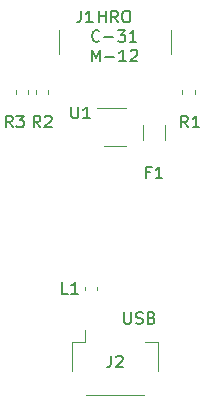
<source format=gbr>
G04 #@! TF.GenerationSoftware,KiCad,Pcbnew,(5.1.5)-3*
G04 #@! TF.CreationDate,2020-04-27T21:47:52+02:00*
G04 #@! TF.ProjectId,unified-usb-pcb_simple,756e6966-6965-4642-9d75-73622d706362,rev?*
G04 #@! TF.SameCoordinates,Original*
G04 #@! TF.FileFunction,Legend,Top*
G04 #@! TF.FilePolarity,Positive*
%FSLAX46Y46*%
G04 Gerber Fmt 4.6, Leading zero omitted, Abs format (unit mm)*
G04 Created by KiCad (PCBNEW (5.1.5)-3) date 2020-04-27 21:47:52*
%MOMM*%
%LPD*%
G04 APERTURE LIST*
%ADD10C,0.150000*%
%ADD11C,0.120000*%
G04 APERTURE END LIST*
D10*
X29386376Y-21154380D02*
X29386376Y-20154380D01*
X29386376Y-20630571D02*
X29957804Y-20630571D01*
X29957804Y-21154380D02*
X29957804Y-20154380D01*
X31005423Y-21154380D02*
X30672090Y-20678190D01*
X30433995Y-21154380D02*
X30433995Y-20154380D01*
X30814947Y-20154380D01*
X30910185Y-20202000D01*
X30957804Y-20249619D01*
X31005423Y-20344857D01*
X31005423Y-20487714D01*
X30957804Y-20582952D01*
X30910185Y-20630571D01*
X30814947Y-20678190D01*
X30433995Y-20678190D01*
X31624471Y-20154380D02*
X31814947Y-20154380D01*
X31910185Y-20202000D01*
X32005423Y-20297238D01*
X32053042Y-20487714D01*
X32053042Y-20821047D01*
X32005423Y-21011523D01*
X31910185Y-21106761D01*
X31814947Y-21154380D01*
X31624471Y-21154380D01*
X31529233Y-21106761D01*
X31433995Y-21011523D01*
X31386376Y-20821047D01*
X31386376Y-20487714D01*
X31433995Y-20297238D01*
X31529233Y-20202000D01*
X31624471Y-20154380D01*
X29433995Y-22709142D02*
X29386376Y-22756761D01*
X29243519Y-22804380D01*
X29148280Y-22804380D01*
X29005423Y-22756761D01*
X28910185Y-22661523D01*
X28862566Y-22566285D01*
X28814947Y-22375809D01*
X28814947Y-22232952D01*
X28862566Y-22042476D01*
X28910185Y-21947238D01*
X29005423Y-21852000D01*
X29148280Y-21804380D01*
X29243519Y-21804380D01*
X29386376Y-21852000D01*
X29433995Y-21899619D01*
X29862566Y-22423428D02*
X30624471Y-22423428D01*
X31005423Y-21804380D02*
X31624471Y-21804380D01*
X31291138Y-22185333D01*
X31433995Y-22185333D01*
X31529233Y-22232952D01*
X31576852Y-22280571D01*
X31624471Y-22375809D01*
X31624471Y-22613904D01*
X31576852Y-22709142D01*
X31529233Y-22756761D01*
X31433995Y-22804380D01*
X31148280Y-22804380D01*
X31053042Y-22756761D01*
X31005423Y-22709142D01*
X32576852Y-22804380D02*
X32005423Y-22804380D01*
X32291138Y-22804380D02*
X32291138Y-21804380D01*
X32195900Y-21947238D01*
X32100661Y-22042476D01*
X32005423Y-22090095D01*
X28791138Y-24454380D02*
X28791138Y-23454380D01*
X29124471Y-24168666D01*
X29457804Y-23454380D01*
X29457804Y-24454380D01*
X29933995Y-24073428D02*
X30695900Y-24073428D01*
X31695900Y-24454380D02*
X31124471Y-24454380D01*
X31410185Y-24454380D02*
X31410185Y-23454380D01*
X31314947Y-23597238D01*
X31219709Y-23692476D01*
X31124471Y-23740095D01*
X32076852Y-23549619D02*
X32124471Y-23502000D01*
X32219709Y-23454380D01*
X32457804Y-23454380D01*
X32553042Y-23502000D01*
X32600661Y-23549619D01*
X32648280Y-23644857D01*
X32648280Y-23740095D01*
X32600661Y-23882952D01*
X32029233Y-24454380D01*
X32648280Y-24454380D01*
X31529495Y-45680380D02*
X31529495Y-46489904D01*
X31577114Y-46585142D01*
X31624733Y-46632761D01*
X31719971Y-46680380D01*
X31910447Y-46680380D01*
X32005685Y-46632761D01*
X32053304Y-46585142D01*
X32100923Y-46489904D01*
X32100923Y-45680380D01*
X32529495Y-46632761D02*
X32672352Y-46680380D01*
X32910447Y-46680380D01*
X33005685Y-46632761D01*
X33053304Y-46585142D01*
X33100923Y-46489904D01*
X33100923Y-46394666D01*
X33053304Y-46299428D01*
X33005685Y-46251809D01*
X32910447Y-46204190D01*
X32719971Y-46156571D01*
X32624733Y-46108952D01*
X32577114Y-46061333D01*
X32529495Y-45966095D01*
X32529495Y-45870857D01*
X32577114Y-45775619D01*
X32624733Y-45728000D01*
X32719971Y-45680380D01*
X32958066Y-45680380D01*
X33100923Y-45728000D01*
X33862828Y-46156571D02*
X34005685Y-46204190D01*
X34053304Y-46251809D01*
X34100923Y-46347047D01*
X34100923Y-46489904D01*
X34053304Y-46585142D01*
X34005685Y-46632761D01*
X33910447Y-46680380D01*
X33529495Y-46680380D01*
X33529495Y-45680380D01*
X33862828Y-45680380D01*
X33958066Y-45728000D01*
X34005685Y-45775619D01*
X34053304Y-45870857D01*
X34053304Y-45966095D01*
X34005685Y-46061333D01*
X33958066Y-46108952D01*
X33862828Y-46156571D01*
X33529495Y-46156571D01*
D11*
X26059400Y-23838000D02*
X26059400Y-21838000D01*
X35459400Y-23838000D02*
X35459400Y-21838000D01*
X29237400Y-43850779D02*
X29237400Y-43525221D01*
X28217400Y-43850779D02*
X28217400Y-43525221D01*
X28319400Y-52673000D02*
X33199400Y-52673000D01*
X34369400Y-48203000D02*
X33319400Y-48203000D01*
X34369400Y-50703000D02*
X34369400Y-48203000D01*
X28199400Y-48203000D02*
X28199400Y-47213000D01*
X27149400Y-48203000D02*
X28199400Y-48203000D01*
X27149400Y-50703000D02*
X27149400Y-48203000D01*
X37492400Y-27213779D02*
X37492400Y-26888221D01*
X36472400Y-27213779D02*
X36472400Y-26888221D01*
X25109900Y-27213779D02*
X25109900Y-26888221D01*
X24089900Y-27213779D02*
X24089900Y-26888221D01*
X31659400Y-28362000D02*
X29209400Y-28362000D01*
X29859400Y-31582000D02*
X31659400Y-31582000D01*
X23395400Y-27213779D02*
X23395400Y-26888221D01*
X22375400Y-27213779D02*
X22375400Y-26888221D01*
X34971400Y-31082064D02*
X34971400Y-29877936D01*
X33151400Y-31082064D02*
X33151400Y-29877936D01*
D10*
X27886066Y-20153380D02*
X27886066Y-20867666D01*
X27838447Y-21010523D01*
X27743209Y-21105761D01*
X27600352Y-21153380D01*
X27505114Y-21153380D01*
X28886066Y-21153380D02*
X28314638Y-21153380D01*
X28600352Y-21153380D02*
X28600352Y-20153380D01*
X28505114Y-20296238D01*
X28409876Y-20391476D01*
X28314638Y-20439095D01*
X26782733Y-44140380D02*
X26306542Y-44140380D01*
X26306542Y-43140380D01*
X27639876Y-44140380D02*
X27068447Y-44140380D01*
X27354161Y-44140380D02*
X27354161Y-43140380D01*
X27258923Y-43283238D01*
X27163685Y-43378476D01*
X27068447Y-43426095D01*
X30426066Y-49363380D02*
X30426066Y-50077666D01*
X30378447Y-50220523D01*
X30283209Y-50315761D01*
X30140352Y-50363380D01*
X30045114Y-50363380D01*
X30854638Y-49458619D02*
X30902257Y-49411000D01*
X30997495Y-49363380D01*
X31235590Y-49363380D01*
X31330828Y-49411000D01*
X31378447Y-49458619D01*
X31426066Y-49553857D01*
X31426066Y-49649095D01*
X31378447Y-49791952D01*
X30807019Y-50363380D01*
X31426066Y-50363380D01*
X36942733Y-30043380D02*
X36609400Y-29567190D01*
X36371304Y-30043380D02*
X36371304Y-29043380D01*
X36752257Y-29043380D01*
X36847495Y-29091000D01*
X36895114Y-29138619D01*
X36942733Y-29233857D01*
X36942733Y-29376714D01*
X36895114Y-29471952D01*
X36847495Y-29519571D01*
X36752257Y-29567190D01*
X36371304Y-29567190D01*
X37895114Y-30043380D02*
X37323685Y-30043380D01*
X37609400Y-30043380D02*
X37609400Y-29043380D01*
X37514161Y-29186238D01*
X37418923Y-29281476D01*
X37323685Y-29329095D01*
X24433233Y-30043380D02*
X24099900Y-29567190D01*
X23861804Y-30043380D02*
X23861804Y-29043380D01*
X24242757Y-29043380D01*
X24337995Y-29091000D01*
X24385614Y-29138619D01*
X24433233Y-29233857D01*
X24433233Y-29376714D01*
X24385614Y-29471952D01*
X24337995Y-29519571D01*
X24242757Y-29567190D01*
X23861804Y-29567190D01*
X24814185Y-29138619D02*
X24861804Y-29091000D01*
X24957042Y-29043380D01*
X25195138Y-29043380D01*
X25290376Y-29091000D01*
X25337995Y-29138619D01*
X25385614Y-29233857D01*
X25385614Y-29329095D01*
X25337995Y-29471952D01*
X24766566Y-30043380D01*
X25385614Y-30043380D01*
X27076495Y-28281380D02*
X27076495Y-29090904D01*
X27124114Y-29186142D01*
X27171733Y-29233761D01*
X27266971Y-29281380D01*
X27457447Y-29281380D01*
X27552685Y-29233761D01*
X27600304Y-29186142D01*
X27647923Y-29090904D01*
X27647923Y-28281380D01*
X28647923Y-29281380D02*
X28076495Y-29281380D01*
X28362209Y-29281380D02*
X28362209Y-28281380D01*
X28266971Y-28424238D01*
X28171733Y-28519476D01*
X28076495Y-28567095D01*
X22083733Y-30043380D02*
X21750400Y-29567190D01*
X21512304Y-30043380D02*
X21512304Y-29043380D01*
X21893257Y-29043380D01*
X21988495Y-29091000D01*
X22036114Y-29138619D01*
X22083733Y-29233857D01*
X22083733Y-29376714D01*
X22036114Y-29471952D01*
X21988495Y-29519571D01*
X21893257Y-29567190D01*
X21512304Y-29567190D01*
X22417066Y-29043380D02*
X23036114Y-29043380D01*
X22702780Y-29424333D01*
X22845638Y-29424333D01*
X22940876Y-29471952D01*
X22988495Y-29519571D01*
X23036114Y-29614809D01*
X23036114Y-29852904D01*
X22988495Y-29948142D01*
X22940876Y-29995761D01*
X22845638Y-30043380D01*
X22559923Y-30043380D01*
X22464685Y-29995761D01*
X22417066Y-29948142D01*
X33728066Y-33837571D02*
X33394733Y-33837571D01*
X33394733Y-34361380D02*
X33394733Y-33361380D01*
X33870923Y-33361380D01*
X34775685Y-34361380D02*
X34204257Y-34361380D01*
X34489971Y-34361380D02*
X34489971Y-33361380D01*
X34394733Y-33504238D01*
X34299495Y-33599476D01*
X34204257Y-33647095D01*
M02*

</source>
